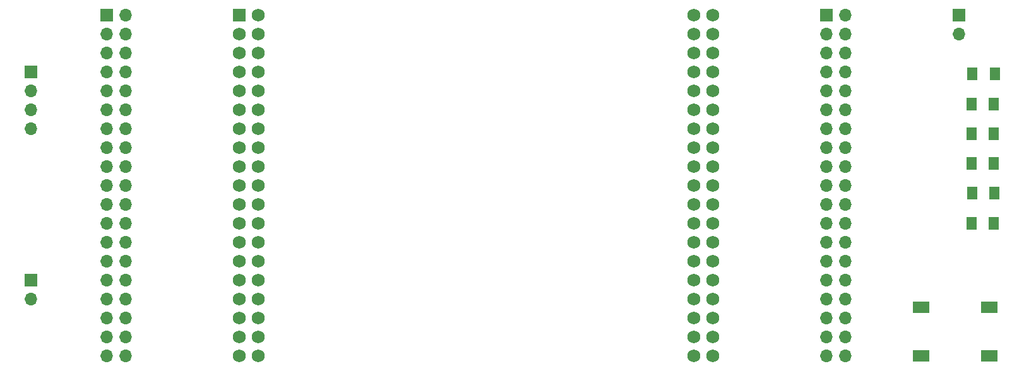
<source format=gbr>
%TF.GenerationSoftware,KiCad,Pcbnew,9.0.0*%
%TF.CreationDate,2025-07-15T20:53:44+01:00*%
%TF.ProjectId,debug,64656275-672e-46b6-9963-61645f706362,rev?*%
%TF.SameCoordinates,Original*%
%TF.FileFunction,Soldermask,Top*%
%TF.FilePolarity,Negative*%
%FSLAX46Y46*%
G04 Gerber Fmt 4.6, Leading zero omitted, Abs format (unit mm)*
G04 Created by KiCad (PCBNEW 9.0.0) date 2025-07-15 20:53:44*
%MOMM*%
%LPD*%
G01*
G04 APERTURE LIST*
G04 Aperture macros list*
%AMRoundRect*
0 Rectangle with rounded corners*
0 $1 Rounding radius*
0 $2 $3 $4 $5 $6 $7 $8 $9 X,Y pos of 4 corners*
0 Add a 4 corners polygon primitive as box body*
4,1,4,$2,$3,$4,$5,$6,$7,$8,$9,$2,$3,0*
0 Add four circle primitives for the rounded corners*
1,1,$1+$1,$2,$3*
1,1,$1+$1,$4,$5*
1,1,$1+$1,$6,$7*
1,1,$1+$1,$8,$9*
0 Add four rect primitives between the rounded corners*
20,1,$1+$1,$2,$3,$4,$5,0*
20,1,$1+$1,$4,$5,$6,$7,0*
20,1,$1+$1,$6,$7,$8,$9,0*
20,1,$1+$1,$8,$9,$2,$3,0*%
G04 Aperture macros list end*
%ADD10R,1.700000X1.700000*%
%ADD11O,1.700000X1.700000*%
%ADD12RoundRect,0.250001X-0.462499X-0.624999X0.462499X-0.624999X0.462499X0.624999X-0.462499X0.624999X0*%
%ADD13R,2.180000X1.600000*%
%ADD14RoundRect,0.102000X-0.762000X-0.762000X0.762000X-0.762000X0.762000X0.762000X-0.762000X0.762000X0*%
%ADD15C,1.728000*%
G04 APERTURE END LIST*
D10*
%TO.C,CN7*%
X68580000Y-81280000D03*
D11*
X71120000Y-81280000D03*
X68580000Y-83820000D03*
X71120000Y-83820000D03*
X68580000Y-86360000D03*
X71120000Y-86360000D03*
X68580000Y-88900000D03*
X71120000Y-88900000D03*
X68580000Y-91440000D03*
X71120000Y-91440000D03*
X68580000Y-93980000D03*
X71120000Y-93980000D03*
X68580000Y-96520000D03*
X71120000Y-96520000D03*
X68580000Y-99060000D03*
X71120000Y-99060000D03*
X68580000Y-101600000D03*
X71120000Y-101600000D03*
X68580000Y-104140000D03*
X71120000Y-104140000D03*
X68580000Y-106680000D03*
X71120000Y-106680000D03*
X68580000Y-109220000D03*
X71120000Y-109220000D03*
X68580000Y-111760000D03*
X71120000Y-111760000D03*
X68580000Y-114300000D03*
X71120000Y-114300000D03*
X68580000Y-116840000D03*
X71120000Y-116840000D03*
X68580000Y-119380000D03*
X71120000Y-119380000D03*
X68580000Y-121920000D03*
X71120000Y-121920000D03*
X68580000Y-124460000D03*
X71120000Y-124460000D03*
X68580000Y-127000000D03*
X71120000Y-127000000D03*
%TD*%
D12*
%TO.C,D2*%
X184620000Y-93200000D03*
X187595000Y-93200000D03*
%TD*%
%TO.C,D6*%
X184595000Y-109200000D03*
X187570000Y-109200000D03*
%TD*%
%TO.C,D3*%
X184620000Y-97200000D03*
X187595000Y-97200000D03*
%TD*%
D10*
%TO.C,J2*%
X58420000Y-116840000D03*
D11*
X58420000Y-119380000D03*
%TD*%
D13*
%TO.C,SW2*%
X177800000Y-120520000D03*
X186980000Y-120520000D03*
%TD*%
D10*
%TO.C,J3*%
X58420000Y-88900000D03*
D11*
X58420000Y-91440000D03*
X58420000Y-93980000D03*
X58420000Y-96520000D03*
%TD*%
D10*
%TO.C,CN10*%
X165100000Y-81280000D03*
D11*
X167640000Y-81280000D03*
X165100000Y-83820000D03*
X167640000Y-83820000D03*
X165100000Y-86360000D03*
X167640000Y-86360000D03*
X165100000Y-88900000D03*
X167640000Y-88900000D03*
X165100000Y-91440000D03*
X167640000Y-91440000D03*
X165100000Y-93980000D03*
X167640000Y-93980000D03*
X165100000Y-96520000D03*
X167640000Y-96520000D03*
X165100000Y-99060000D03*
X167640000Y-99060000D03*
X165100000Y-101600000D03*
X167640000Y-101600000D03*
X165100000Y-104140000D03*
X167640000Y-104140000D03*
X165100000Y-106680000D03*
X167640000Y-106680000D03*
X165100000Y-109220000D03*
X167640000Y-109220000D03*
X165100000Y-111760000D03*
X167640000Y-111760000D03*
X165100000Y-114300000D03*
X167640000Y-114300000D03*
X165100000Y-116840000D03*
X167640000Y-116840000D03*
X165100000Y-119380000D03*
X167640000Y-119380000D03*
X165100000Y-121920000D03*
X167640000Y-121920000D03*
X165100000Y-124460000D03*
X167640000Y-124460000D03*
X165100000Y-127000000D03*
X167640000Y-127000000D03*
%TD*%
D12*
%TO.C,PWR1*%
X184720000Y-89200000D03*
X187695000Y-89200000D03*
%TD*%
D10*
%TO.C,J1*%
X182880000Y-81280000D03*
D11*
X182880000Y-83820000D03*
%TD*%
D13*
%TO.C,RST1*%
X177800000Y-127000000D03*
X186980000Y-127000000D03*
%TD*%
D12*
%TO.C,D5*%
X184695000Y-105200000D03*
X187670000Y-105200000D03*
%TD*%
D14*
%TO.C,U1*%
X86360000Y-81280000D03*
D15*
X88900000Y-81280000D03*
X86360000Y-83820000D03*
X88900000Y-83820000D03*
X86360000Y-86360000D03*
X88900000Y-86360000D03*
X86360000Y-88900000D03*
X88900000Y-88900000D03*
X86360000Y-91440000D03*
X88900000Y-91440000D03*
X86360000Y-93980000D03*
X88900000Y-93980000D03*
X86360000Y-96520000D03*
X88900000Y-96520000D03*
X86360000Y-99060000D03*
X88900000Y-99060000D03*
X86360000Y-101600000D03*
X88900000Y-101600000D03*
X86360000Y-104140000D03*
X88900000Y-104140000D03*
X86360000Y-106680000D03*
X88900000Y-106680000D03*
X86360000Y-109220000D03*
X88900000Y-109220000D03*
X86360000Y-111760000D03*
X88900000Y-111760000D03*
X86360000Y-114300000D03*
X88900000Y-114300000D03*
X86360000Y-116840000D03*
X88900000Y-116840000D03*
X86360000Y-119380000D03*
X88900000Y-119380000D03*
X86360000Y-121920000D03*
X88900000Y-121920000D03*
X86360000Y-124460000D03*
X88900000Y-124460000D03*
X86360000Y-127000000D03*
X88900000Y-127000000D03*
X147320000Y-81280000D03*
X149860000Y-81280000D03*
X147320000Y-83820000D03*
X149860000Y-83820000D03*
X147320000Y-86360000D03*
X149860000Y-86360000D03*
X147320000Y-88900000D03*
X149860000Y-88900000D03*
X147320000Y-91440000D03*
X149860000Y-91440000D03*
X147320000Y-93980000D03*
X149860000Y-93980000D03*
X147320000Y-96520000D03*
X149860000Y-96520000D03*
X147320000Y-99060000D03*
X149860000Y-99060000D03*
X147320000Y-101600000D03*
X149860000Y-101600000D03*
X147320000Y-104140000D03*
X149860000Y-104140000D03*
X147320000Y-106680000D03*
X149860000Y-106680000D03*
X147320000Y-109220000D03*
X149860000Y-109220000D03*
X147320000Y-111760000D03*
X149860000Y-111760000D03*
X147320000Y-114300000D03*
X149860000Y-114300000D03*
X147320000Y-116840000D03*
X149860000Y-116840000D03*
X147320000Y-119380000D03*
X149860000Y-119380000D03*
X147320000Y-121920000D03*
X149860000Y-121920000D03*
X147320000Y-124460000D03*
X149860000Y-124460000D03*
X147320000Y-127000000D03*
X149860000Y-127000000D03*
%TD*%
D12*
%TO.C,PWM1*%
X184620000Y-101200000D03*
X187595000Y-101200000D03*
%TD*%
M02*

</source>
